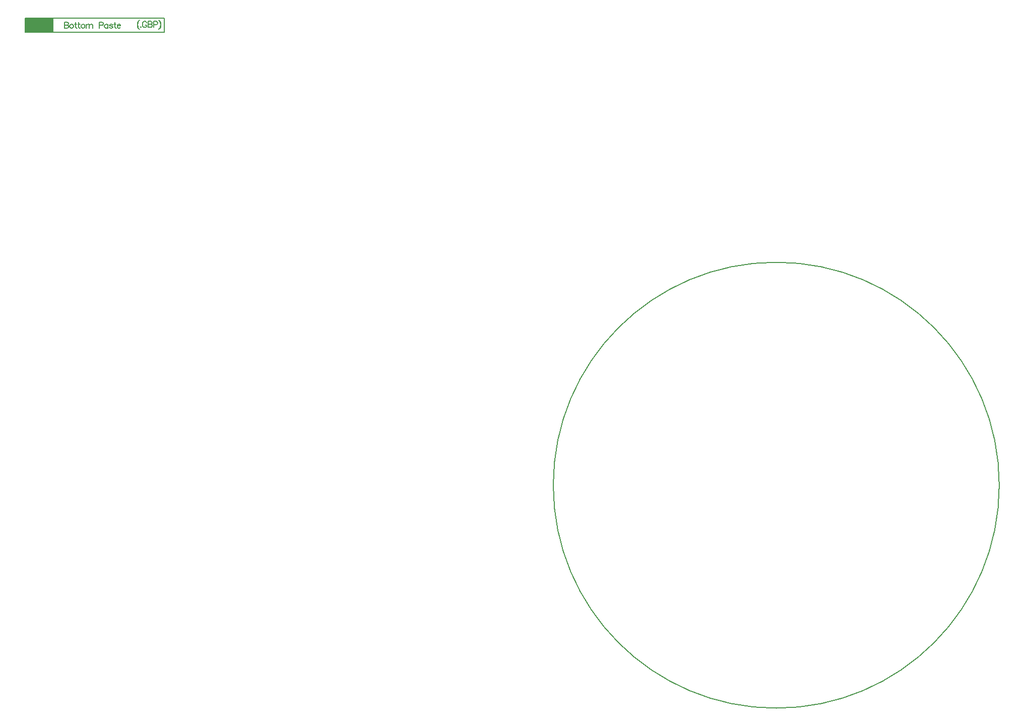
<source format=gbp>
G04*
G04 #@! TF.GenerationSoftware,Altium Limited,Altium Designer,20.0.2 (26)*
G04*
G04 Layer_Color=128*
%FSLAX25Y25*%
%MOIN*%
G70*
G01*
G75*
%ADD10C,0.00787*%
%ADD14C,0.00500*%
%ADD18R,0.19000X0.09500*%
D10*
X-577346Y346028D02*
X-485346D01*
X-577346Y336528D02*
X-485346D01*
Y346028D01*
X-577346Y336528D02*
Y346028D01*
X67089Y36880D02*
G03*
X67089Y36880I-147500J0D01*
G01*
D14*
X-501688Y344489D02*
X-502069Y344108D01*
X-502450Y343537D01*
X-502831Y342775D01*
X-503021Y341823D01*
Y341061D01*
X-502831Y340109D01*
X-502450Y339347D01*
X-502069Y338776D01*
X-501688Y338395D01*
X-502069Y344108D02*
X-502450Y343347D01*
X-502640Y342775D01*
X-502831Y341823D01*
Y341061D01*
X-502640Y340109D01*
X-502450Y339538D01*
X-502069Y338776D01*
X-500736Y340109D02*
X-500926Y339919D01*
X-500736Y339728D01*
X-500546Y339919D01*
X-500736Y340109D01*
X-496813Y342775D02*
X-497003Y343156D01*
X-497384Y343537D01*
X-497765Y343727D01*
X-498527D01*
X-498908Y343537D01*
X-499289Y343156D01*
X-499479Y342775D01*
X-499670Y342204D01*
Y341252D01*
X-499479Y340681D01*
X-499289Y340300D01*
X-498908Y339919D01*
X-498527Y339728D01*
X-497765D01*
X-497384Y339919D01*
X-497003Y340300D01*
X-496813Y340681D01*
Y341252D01*
X-497765D02*
X-496813D01*
X-495899Y343727D02*
Y339728D01*
Y343727D02*
X-494185D01*
X-493614Y343537D01*
X-493423Y343347D01*
X-493233Y342966D01*
Y342585D01*
X-493423Y342204D01*
X-493614Y342014D01*
X-494185Y341823D01*
X-495899D02*
X-494185D01*
X-493614Y341633D01*
X-493423Y341442D01*
X-493233Y341061D01*
Y340490D01*
X-493423Y340109D01*
X-493614Y339919D01*
X-494185Y339728D01*
X-495899D01*
X-492338Y341633D02*
X-490624D01*
X-490053Y341823D01*
X-489862Y342014D01*
X-489672Y342394D01*
Y342966D01*
X-489862Y343347D01*
X-490053Y343537D01*
X-490624Y343727D01*
X-492338D01*
Y339728D01*
X-488777Y344489D02*
X-488396Y344108D01*
X-488015Y343537D01*
X-487634Y342775D01*
X-487443Y341823D01*
Y341061D01*
X-487634Y340109D01*
X-488015Y339347D01*
X-488396Y338776D01*
X-488777Y338395D01*
X-488396Y344108D02*
X-488015Y343347D01*
X-487824Y342775D01*
X-487634Y341823D01*
Y341061D01*
X-487824Y340109D01*
X-488015Y339538D01*
X-488396Y338776D01*
X-551346Y343227D02*
Y339228D01*
Y343227D02*
X-549632D01*
X-549061Y343037D01*
X-548870Y342847D01*
X-548680Y342466D01*
Y342085D01*
X-548870Y341704D01*
X-549061Y341513D01*
X-549632Y341323D01*
X-551346D02*
X-549632D01*
X-549061Y341133D01*
X-548870Y340942D01*
X-548680Y340561D01*
Y339990D01*
X-548870Y339609D01*
X-549061Y339419D01*
X-549632Y339228D01*
X-551346D01*
X-546833Y341894D02*
X-547214Y341704D01*
X-547594Y341323D01*
X-547785Y340752D01*
Y340371D01*
X-547594Y339800D01*
X-547214Y339419D01*
X-546833Y339228D01*
X-546261D01*
X-545880Y339419D01*
X-545500Y339800D01*
X-545309Y340371D01*
Y340752D01*
X-545500Y341323D01*
X-545880Y341704D01*
X-546261Y341894D01*
X-546833D01*
X-543862Y343227D02*
Y339990D01*
X-543671Y339419D01*
X-543291Y339228D01*
X-542910D01*
X-544433Y341894D02*
X-543100D01*
X-541767Y343227D02*
Y339990D01*
X-541577Y339419D01*
X-541196Y339228D01*
X-540815D01*
X-542338Y341894D02*
X-541005D01*
X-539291D02*
X-539672Y341704D01*
X-540053Y341323D01*
X-540243Y340752D01*
Y340371D01*
X-540053Y339800D01*
X-539672Y339419D01*
X-539291Y339228D01*
X-538720D01*
X-538339Y339419D01*
X-537958Y339800D01*
X-537768Y340371D01*
Y340752D01*
X-537958Y341323D01*
X-538339Y341704D01*
X-538720Y341894D01*
X-539291D01*
X-536892D02*
Y339228D01*
Y341133D02*
X-536321Y341704D01*
X-535940Y341894D01*
X-535368D01*
X-534987Y341704D01*
X-534797Y341133D01*
Y339228D01*
Y341133D02*
X-534226Y341704D01*
X-533845Y341894D01*
X-533274D01*
X-532893Y341704D01*
X-532702Y341133D01*
Y339228D01*
X-528303Y341133D02*
X-526589D01*
X-526018Y341323D01*
X-525828Y341513D01*
X-525637Y341894D01*
Y342466D01*
X-525828Y342847D01*
X-526018Y343037D01*
X-526589Y343227D01*
X-528303D01*
Y339228D01*
X-522457Y341894D02*
Y339228D01*
Y341323D02*
X-522838Y341704D01*
X-523219Y341894D01*
X-523790D01*
X-524171Y341704D01*
X-524552Y341323D01*
X-524742Y340752D01*
Y340371D01*
X-524552Y339800D01*
X-524171Y339419D01*
X-523790Y339228D01*
X-523219D01*
X-522838Y339419D01*
X-522457Y339800D01*
X-519296Y341323D02*
X-519486Y341704D01*
X-520057Y341894D01*
X-520629D01*
X-521200Y341704D01*
X-521390Y341323D01*
X-521200Y340942D01*
X-520819Y340752D01*
X-519867Y340561D01*
X-519486Y340371D01*
X-519296Y339990D01*
Y339800D01*
X-519486Y339419D01*
X-520057Y339228D01*
X-520629D01*
X-521200Y339419D01*
X-521390Y339800D01*
X-517886Y343227D02*
Y339990D01*
X-517696Y339419D01*
X-517315Y339228D01*
X-516934D01*
X-518458Y341894D02*
X-517125D01*
X-516363Y340752D02*
X-514078D01*
Y341133D01*
X-514268Y341513D01*
X-514459Y341704D01*
X-514840Y341894D01*
X-515411D01*
X-515792Y341704D01*
X-516173Y341323D01*
X-516363Y340752D01*
Y340371D01*
X-516173Y339800D01*
X-515792Y339419D01*
X-515411Y339228D01*
X-514840D01*
X-514459Y339419D01*
X-514078Y339800D01*
D18*
X-567846Y341278D02*
D03*
M02*

</source>
